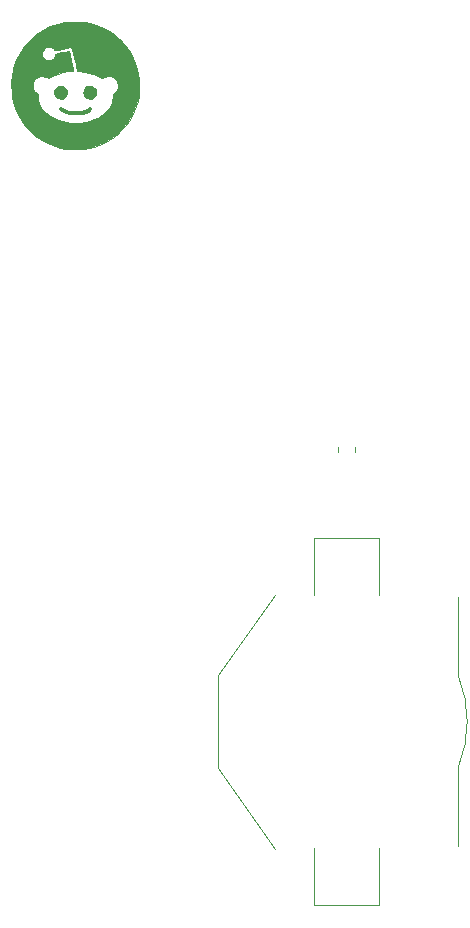
<source format=gbr>
G04 #@! TF.GenerationSoftware,KiCad,Pcbnew,6.0.6-3a73a75311~116~ubuntu21.10.1*
G04 #@! TF.CreationDate,2023-05-20T20:22:18-06:00*
G04 #@! TF.ProjectId,reddit,72656464-6974-42e6-9b69-6361645f7063,rev?*
G04 #@! TF.SameCoordinates,Original*
G04 #@! TF.FileFunction,Legend,Bot*
G04 #@! TF.FilePolarity,Positive*
%FSLAX46Y46*%
G04 Gerber Fmt 4.6, Leading zero omitted, Abs format (unit mm)*
G04 Created by KiCad (PCBNEW 6.0.6-3a73a75311~116~ubuntu21.10.1) date 2023-05-20 20:22:18*
%MOMM*%
%LPD*%
G01*
G04 APERTURE LIST*
%ADD10C,0.120000*%
%ADD11C,0.010000*%
G04 APERTURE END LIST*
D10*
X142030000Y-106090000D02*
X142030000Y-101290000D01*
X133930000Y-120790000D02*
X133930000Y-112890000D01*
X147530000Y-132390000D02*
X142030000Y-132390000D01*
X142030000Y-101290000D02*
X147530000Y-101290000D01*
X138730000Y-127640000D02*
X133930000Y-120790000D01*
X154280000Y-127390000D02*
X154280000Y-120690000D01*
X154280000Y-106290000D02*
X154280000Y-112990000D01*
X147530000Y-101290000D02*
X147530000Y-106090000D01*
X142030000Y-132390000D02*
X142030000Y-127590000D01*
X147530000Y-127590000D02*
X147530000Y-132390000D01*
X133930000Y-112890000D02*
X138730000Y-106090000D01*
X154281464Y-120686385D02*
G75*
G03*
X154280000Y-112990000I-9501464J3846385D01*
G01*
X145560000Y-94052064D02*
X145560000Y-93597936D01*
X144090000Y-94052064D02*
X144090000Y-93597936D01*
G36*
X123224517Y-63024174D02*
G01*
X123355245Y-63076225D01*
X123470040Y-63162842D01*
X123499284Y-63193469D01*
X123575977Y-63299511D01*
X123618368Y-63415067D01*
X123631755Y-63552917D01*
X123631132Y-63606948D01*
X123623697Y-63681273D01*
X123603984Y-63744785D01*
X123567102Y-63817500D01*
X123548705Y-63847582D01*
X123460557Y-63951657D01*
X123350662Y-64036995D01*
X123233080Y-64092039D01*
X123153688Y-64105282D01*
X123045615Y-64103546D01*
X122936737Y-64085945D01*
X122846564Y-64054380D01*
X122832547Y-64047012D01*
X122706951Y-63956620D01*
X122614184Y-63840998D01*
X122556714Y-63704168D01*
X122537008Y-63550151D01*
X122550932Y-63422001D01*
X122602225Y-63290463D01*
X122693314Y-63169878D01*
X122702837Y-63160176D01*
X122817015Y-63074690D01*
X122947374Y-63023479D01*
X123085884Y-63006616D01*
X123224517Y-63024174D01*
G37*
D11*
X123224517Y-63024174D02*
X123355245Y-63076225D01*
X123470040Y-63162842D01*
X123499284Y-63193469D01*
X123575977Y-63299511D01*
X123618368Y-63415067D01*
X123631755Y-63552917D01*
X123631132Y-63606948D01*
X123623697Y-63681273D01*
X123603984Y-63744785D01*
X123567102Y-63817500D01*
X123548705Y-63847582D01*
X123460557Y-63951657D01*
X123350662Y-64036995D01*
X123233080Y-64092039D01*
X123153688Y-64105282D01*
X123045615Y-64103546D01*
X122936737Y-64085945D01*
X122846564Y-64054380D01*
X122832547Y-64047012D01*
X122706951Y-63956620D01*
X122614184Y-63840998D01*
X122556714Y-63704168D01*
X122537008Y-63550151D01*
X122550932Y-63422001D01*
X122602225Y-63290463D01*
X122693314Y-63169878D01*
X122702837Y-63160176D01*
X122817015Y-63074690D01*
X122947374Y-63023479D01*
X123085884Y-63006616D01*
X123224517Y-63024174D01*
G36*
X120653604Y-64827427D02*
G01*
X120734931Y-64878781D01*
X120790249Y-64918783D01*
X120924582Y-64993012D01*
X121086932Y-65059509D01*
X121267870Y-65114111D01*
X121337743Y-65130467D01*
X121409483Y-65143329D01*
X121486765Y-65152037D01*
X121578783Y-65157338D01*
X121694730Y-65159972D01*
X121843800Y-65160685D01*
X121979024Y-65160116D01*
X122098375Y-65157691D01*
X122192734Y-65152668D01*
X122271249Y-65144314D01*
X122343071Y-65131895D01*
X122417349Y-65114676D01*
X122622192Y-65052721D01*
X122799058Y-64975438D01*
X122935826Y-64885958D01*
X122964603Y-64863861D01*
X123046330Y-64821059D01*
X123116673Y-64818066D01*
X123177300Y-64854667D01*
X123206942Y-64893385D01*
X123216322Y-64947002D01*
X123189522Y-65007195D01*
X123125304Y-65079307D01*
X123057744Y-65136042D01*
X122912862Y-65225630D01*
X122736037Y-65303841D01*
X122533413Y-65368134D01*
X122311139Y-65415967D01*
X122189868Y-65430892D01*
X122031540Y-65440751D01*
X121858057Y-65444155D01*
X121683260Y-65441107D01*
X121520989Y-65431613D01*
X121385084Y-65415677D01*
X121289237Y-65398353D01*
X121056028Y-65339569D01*
X120849934Y-65262486D01*
X120675371Y-65168951D01*
X120536758Y-65060814D01*
X120525235Y-65049239D01*
X120478197Y-64979966D01*
X120473214Y-64915072D01*
X120510300Y-64854667D01*
X120523415Y-64842755D01*
X120584036Y-64815519D01*
X120653604Y-64827427D01*
G37*
X120653604Y-64827427D02*
X120734931Y-64878781D01*
X120790249Y-64918783D01*
X120924582Y-64993012D01*
X121086932Y-65059509D01*
X121267870Y-65114111D01*
X121337743Y-65130467D01*
X121409483Y-65143329D01*
X121486765Y-65152037D01*
X121578783Y-65157338D01*
X121694730Y-65159972D01*
X121843800Y-65160685D01*
X121979024Y-65160116D01*
X122098375Y-65157691D01*
X122192734Y-65152668D01*
X122271249Y-65144314D01*
X122343071Y-65131895D01*
X122417349Y-65114676D01*
X122622192Y-65052721D01*
X122799058Y-64975438D01*
X122935826Y-64885958D01*
X122964603Y-64863861D01*
X123046330Y-64821059D01*
X123116673Y-64818066D01*
X123177300Y-64854667D01*
X123206942Y-64893385D01*
X123216322Y-64947002D01*
X123189522Y-65007195D01*
X123125304Y-65079307D01*
X123057744Y-65136042D01*
X122912862Y-65225630D01*
X122736037Y-65303841D01*
X122533413Y-65368134D01*
X122311139Y-65415967D01*
X122189868Y-65430892D01*
X122031540Y-65440751D01*
X121858057Y-65444155D01*
X121683260Y-65441107D01*
X121520989Y-65431613D01*
X121385084Y-65415677D01*
X121289237Y-65398353D01*
X121056028Y-65339569D01*
X120849934Y-65262486D01*
X120675371Y-65168951D01*
X120536758Y-65060814D01*
X120525235Y-65049239D01*
X120478197Y-64979966D01*
X120473214Y-64915072D01*
X120510300Y-64854667D01*
X120523415Y-64842755D01*
X120584036Y-64815519D01*
X120653604Y-64827427D01*
G36*
X120782216Y-63037428D02*
G01*
X120899148Y-63094317D01*
X121000333Y-63176618D01*
X121079889Y-63281882D01*
X121131936Y-63407659D01*
X121150591Y-63551499D01*
X121138370Y-63673126D01*
X121089146Y-63812864D01*
X121004934Y-63932417D01*
X120888665Y-64027872D01*
X120743270Y-64095316D01*
X120662209Y-64108762D01*
X120552177Y-64103067D01*
X120437930Y-64077573D01*
X120335599Y-64034678D01*
X120312724Y-64021230D01*
X120198302Y-63928015D01*
X120115980Y-63813852D01*
X120066664Y-63685426D01*
X120051258Y-63549425D01*
X120070669Y-63412536D01*
X120125801Y-63281446D01*
X120217560Y-63162842D01*
X120274625Y-63112988D01*
X120395740Y-63043731D01*
X120524630Y-63009685D01*
X120655416Y-63008400D01*
X120782216Y-63037428D01*
G37*
X120782216Y-63037428D02*
X120899148Y-63094317D01*
X121000333Y-63176618D01*
X121079889Y-63281882D01*
X121131936Y-63407659D01*
X121150591Y-63551499D01*
X121138370Y-63673126D01*
X121089146Y-63812864D01*
X121004934Y-63932417D01*
X120888665Y-64027872D01*
X120743270Y-64095316D01*
X120662209Y-64108762D01*
X120552177Y-64103067D01*
X120437930Y-64077573D01*
X120335599Y-64034678D01*
X120312724Y-64021230D01*
X120198302Y-63928015D01*
X120115980Y-63813852D01*
X120066664Y-63685426D01*
X120051258Y-63549425D01*
X120070669Y-63412536D01*
X120125801Y-63281446D01*
X120217560Y-63162842D01*
X120274625Y-63112988D01*
X120395740Y-63043731D01*
X120524630Y-63009685D01*
X120655416Y-63008400D01*
X120782216Y-63037428D01*
G36*
X127206507Y-63798205D02*
G01*
X127119360Y-64263563D01*
X126992061Y-64715519D01*
X126824628Y-65154015D01*
X126617081Y-65578994D01*
X126369441Y-65990399D01*
X126081727Y-66388173D01*
X126076438Y-66394840D01*
X126003102Y-66481134D01*
X125906078Y-66587365D01*
X125792748Y-66706149D01*
X125670498Y-66830103D01*
X125546712Y-66951841D01*
X125428772Y-67063981D01*
X125324065Y-67159138D01*
X125239972Y-67229928D01*
X125132157Y-67312806D01*
X124731370Y-67588049D01*
X124313910Y-67825034D01*
X123881192Y-68023165D01*
X123434632Y-68181848D01*
X122975644Y-68300488D01*
X122505644Y-68378493D01*
X122361168Y-68391930D01*
X122175455Y-68401820D01*
X121970739Y-68406888D01*
X121758999Y-68407132D01*
X121552211Y-68402548D01*
X121362353Y-68393133D01*
X121201403Y-68378882D01*
X121053675Y-68359596D01*
X120584359Y-68270818D01*
X120128173Y-68141882D01*
X119685762Y-67973056D01*
X119257771Y-67764609D01*
X118844844Y-67516810D01*
X118447627Y-67229928D01*
X118440960Y-67224638D01*
X118354666Y-67151303D01*
X118248435Y-67054278D01*
X118129651Y-66940949D01*
X118005697Y-66818699D01*
X117883959Y-66694912D01*
X117771819Y-66576973D01*
X117676662Y-66472265D01*
X117605872Y-66388173D01*
X117409054Y-66123714D01*
X117148133Y-65716819D01*
X116927299Y-65296332D01*
X116746573Y-64862308D01*
X116605973Y-64414806D01*
X116505520Y-63953882D01*
X116445233Y-63479595D01*
X116425133Y-62992000D01*
X118236456Y-62992000D01*
X118238329Y-63080629D01*
X118245637Y-63166142D01*
X118260493Y-63234084D01*
X118285083Y-63298225D01*
X118364139Y-63435649D01*
X118467023Y-63558012D01*
X118582260Y-63651529D01*
X118678730Y-63712708D01*
X118681763Y-63950312D01*
X118683471Y-64011749D01*
X118711657Y-64260899D01*
X118775350Y-64496017D01*
X118876713Y-64723544D01*
X119017913Y-64949917D01*
X119042639Y-64983175D01*
X119135705Y-65092765D01*
X119250713Y-65211754D01*
X119377308Y-65330288D01*
X119505139Y-65438515D01*
X119623851Y-65526580D01*
X119739252Y-65600570D01*
X120044392Y-65764869D01*
X120376536Y-65903487D01*
X120729523Y-66014367D01*
X121097193Y-66095449D01*
X121473383Y-66144674D01*
X121497939Y-66146718D01*
X121894481Y-66160223D01*
X122288961Y-66137874D01*
X122676583Y-66080811D01*
X123052550Y-65990178D01*
X123412068Y-65867115D01*
X123750341Y-65712764D01*
X124062574Y-65528268D01*
X124068089Y-65524552D01*
X124187316Y-65434698D01*
X124316671Y-65321974D01*
X124447058Y-65195612D01*
X124569382Y-65064845D01*
X124674546Y-64938904D01*
X124753456Y-64827021D01*
X124845094Y-64656115D01*
X124925461Y-64453612D01*
X124981789Y-64246077D01*
X125011234Y-64044202D01*
X125010953Y-63858679D01*
X124998107Y-63719940D01*
X125108668Y-63647012D01*
X125130767Y-63631894D01*
X125260857Y-63515672D01*
X125358708Y-63378136D01*
X125423692Y-63225333D01*
X125455181Y-63063311D01*
X125452546Y-62898118D01*
X125415161Y-62735801D01*
X125342395Y-62582408D01*
X125233623Y-62443987D01*
X125183004Y-62396080D01*
X125033083Y-62289332D01*
X124871561Y-62221769D01*
X124701525Y-62194418D01*
X124526060Y-62208307D01*
X124506794Y-62212360D01*
X124404111Y-62241643D01*
X124306086Y-62280687D01*
X124225093Y-62323961D01*
X124173504Y-62365932D01*
X124170526Y-62369478D01*
X124149263Y-62389433D01*
X124124891Y-62395181D01*
X124089323Y-62384492D01*
X124034472Y-62355133D01*
X123952254Y-62304874D01*
X123935467Y-62294493D01*
X123641295Y-62135647D01*
X123317823Y-62000807D01*
X122971642Y-61892064D01*
X122609346Y-61811508D01*
X122237528Y-61761229D01*
X121977347Y-61737292D01*
X121781218Y-60803604D01*
X121764442Y-60724087D01*
X121719633Y-60515198D01*
X121678181Y-60327084D01*
X121640900Y-60163204D01*
X121608603Y-60027016D01*
X121582103Y-59921977D01*
X121562214Y-59851547D01*
X121549748Y-59819183D01*
X121515743Y-59781738D01*
X121472728Y-59753501D01*
X121469442Y-59752825D01*
X121429633Y-59755025D01*
X121353395Y-59765853D01*
X121244735Y-59784586D01*
X121107660Y-59810504D01*
X120946180Y-59842885D01*
X120764300Y-59881008D01*
X120621840Y-59911342D01*
X120464960Y-59944275D01*
X120341987Y-59969237D01*
X120248678Y-59986895D01*
X120180788Y-59997917D01*
X120134073Y-60002973D01*
X120104290Y-60002730D01*
X120087194Y-59997857D01*
X120078541Y-59989023D01*
X120075717Y-59984080D01*
X120020762Y-59914904D01*
X119941591Y-59843912D01*
X119852725Y-59782647D01*
X119768685Y-59742657D01*
X119734172Y-59732610D01*
X119596410Y-59715225D01*
X119456554Y-59728532D01*
X119331304Y-59771434D01*
X119251818Y-59823306D01*
X119155597Y-59919413D01*
X119078050Y-60035504D01*
X119026299Y-60160337D01*
X119007466Y-60282667D01*
X119018062Y-60373004D01*
X119062066Y-60498266D01*
X119133689Y-60617665D01*
X119225809Y-60719957D01*
X119331304Y-60793900D01*
X119383549Y-60817200D01*
X119522802Y-60850284D01*
X119662450Y-60846348D01*
X119796280Y-60808528D01*
X119918078Y-60739962D01*
X120021630Y-60643785D01*
X120100722Y-60523133D01*
X120149139Y-60381142D01*
X120162482Y-60315901D01*
X120732550Y-60194499D01*
X120746190Y-60191598D01*
X120894501Y-60160488D01*
X121028413Y-60133172D01*
X121142530Y-60110693D01*
X121231462Y-60094088D01*
X121289813Y-60084401D01*
X121312191Y-60082670D01*
X121313612Y-60086660D01*
X121322742Y-60123226D01*
X121338929Y-60193492D01*
X121361019Y-60292099D01*
X121387862Y-60413685D01*
X121418304Y-60552890D01*
X121451194Y-60704354D01*
X121485380Y-60862714D01*
X121519708Y-61022612D01*
X121553028Y-61178685D01*
X121584187Y-61325573D01*
X121612032Y-61457915D01*
X121635412Y-61570351D01*
X121653175Y-61657520D01*
X121664167Y-61714061D01*
X121667238Y-61734614D01*
X121663808Y-61735239D01*
X121628815Y-61739822D01*
X121562204Y-61747936D01*
X121471548Y-61758667D01*
X121364420Y-61771103D01*
X121168521Y-61797572D01*
X120770237Y-61877616D01*
X120396725Y-61989730D01*
X120049481Y-62133424D01*
X119729999Y-62308206D01*
X119651645Y-62355189D01*
X119597742Y-62381835D01*
X119562792Y-62389715D01*
X119538991Y-62381836D01*
X119415753Y-62304110D01*
X119243544Y-62229030D01*
X119074388Y-62195572D01*
X118907341Y-62203471D01*
X118839702Y-62217829D01*
X118666589Y-62282547D01*
X118514506Y-62381786D01*
X118388054Y-62512060D01*
X118291829Y-62669884D01*
X118280805Y-62694070D01*
X118257190Y-62755401D01*
X118243572Y-62815932D01*
X118237483Y-62890015D01*
X118236456Y-62992000D01*
X116425133Y-62992000D01*
X116434120Y-62664498D01*
X116481093Y-62185795D01*
X116568239Y-61720437D01*
X116695539Y-61268481D01*
X116862972Y-60829985D01*
X117070518Y-60405006D01*
X117318158Y-59993601D01*
X117605872Y-59595828D01*
X117611162Y-59589160D01*
X117684497Y-59502866D01*
X117781522Y-59396635D01*
X117894851Y-59277851D01*
X118017101Y-59153898D01*
X118140888Y-59032159D01*
X118258827Y-58920019D01*
X118363535Y-58824862D01*
X118447627Y-58754073D01*
X118712086Y-58557254D01*
X119118981Y-58296333D01*
X119539468Y-58075500D01*
X119973492Y-57894773D01*
X120420994Y-57754173D01*
X120881918Y-57653720D01*
X121356205Y-57593433D01*
X121843800Y-57573334D01*
X122171302Y-57582321D01*
X122650005Y-57629293D01*
X123115363Y-57716440D01*
X123567319Y-57843739D01*
X124005815Y-58011172D01*
X124430794Y-58218719D01*
X124842199Y-58466359D01*
X125239972Y-58754073D01*
X125246640Y-58759362D01*
X125332934Y-58832698D01*
X125439165Y-58929722D01*
X125557949Y-59043052D01*
X125681902Y-59165302D01*
X125803641Y-59289088D01*
X125915781Y-59407028D01*
X126010938Y-59511735D01*
X126081727Y-59595828D01*
X126278546Y-59860286D01*
X126539467Y-60267181D01*
X126760300Y-60687669D01*
X126941027Y-61121692D01*
X127081627Y-61569195D01*
X127182080Y-62030118D01*
X127242367Y-62504406D01*
X127262466Y-62992000D01*
X127260509Y-63063311D01*
X127253479Y-63319502D01*
X127206507Y-63798205D01*
G37*
X127206507Y-63798205D02*
X127119360Y-64263563D01*
X126992061Y-64715519D01*
X126824628Y-65154015D01*
X126617081Y-65578994D01*
X126369441Y-65990399D01*
X126081727Y-66388173D01*
X126076438Y-66394840D01*
X126003102Y-66481134D01*
X125906078Y-66587365D01*
X125792748Y-66706149D01*
X125670498Y-66830103D01*
X125546712Y-66951841D01*
X125428772Y-67063981D01*
X125324065Y-67159138D01*
X125239972Y-67229928D01*
X125132157Y-67312806D01*
X124731370Y-67588049D01*
X124313910Y-67825034D01*
X123881192Y-68023165D01*
X123434632Y-68181848D01*
X122975644Y-68300488D01*
X122505644Y-68378493D01*
X122361168Y-68391930D01*
X122175455Y-68401820D01*
X121970739Y-68406888D01*
X121758999Y-68407132D01*
X121552211Y-68402548D01*
X121362353Y-68393133D01*
X121201403Y-68378882D01*
X121053675Y-68359596D01*
X120584359Y-68270818D01*
X120128173Y-68141882D01*
X119685762Y-67973056D01*
X119257771Y-67764609D01*
X118844844Y-67516810D01*
X118447627Y-67229928D01*
X118440960Y-67224638D01*
X118354666Y-67151303D01*
X118248435Y-67054278D01*
X118129651Y-66940949D01*
X118005697Y-66818699D01*
X117883959Y-66694912D01*
X117771819Y-66576973D01*
X117676662Y-66472265D01*
X117605872Y-66388173D01*
X117409054Y-66123714D01*
X117148133Y-65716819D01*
X116927299Y-65296332D01*
X116746573Y-64862308D01*
X116605973Y-64414806D01*
X116505520Y-63953882D01*
X116445233Y-63479595D01*
X116425133Y-62992000D01*
X118236456Y-62992000D01*
X118238329Y-63080629D01*
X118245637Y-63166142D01*
X118260493Y-63234084D01*
X118285083Y-63298225D01*
X118364139Y-63435649D01*
X118467023Y-63558012D01*
X118582260Y-63651529D01*
X118678730Y-63712708D01*
X118681763Y-63950312D01*
X118683471Y-64011749D01*
X118711657Y-64260899D01*
X118775350Y-64496017D01*
X118876713Y-64723544D01*
X119017913Y-64949917D01*
X119042639Y-64983175D01*
X119135705Y-65092765D01*
X119250713Y-65211754D01*
X119377308Y-65330288D01*
X119505139Y-65438515D01*
X119623851Y-65526580D01*
X119739252Y-65600570D01*
X120044392Y-65764869D01*
X120376536Y-65903487D01*
X120729523Y-66014367D01*
X121097193Y-66095449D01*
X121473383Y-66144674D01*
X121497939Y-66146718D01*
X121894481Y-66160223D01*
X122288961Y-66137874D01*
X122676583Y-66080811D01*
X123052550Y-65990178D01*
X123412068Y-65867115D01*
X123750341Y-65712764D01*
X124062574Y-65528268D01*
X124068089Y-65524552D01*
X124187316Y-65434698D01*
X124316671Y-65321974D01*
X124447058Y-65195612D01*
X124569382Y-65064845D01*
X124674546Y-64938904D01*
X124753456Y-64827021D01*
X124845094Y-64656115D01*
X124925461Y-64453612D01*
X124981789Y-64246077D01*
X125011234Y-64044202D01*
X125010953Y-63858679D01*
X124998107Y-63719940D01*
X125108668Y-63647012D01*
X125130767Y-63631894D01*
X125260857Y-63515672D01*
X125358708Y-63378136D01*
X125423692Y-63225333D01*
X125455181Y-63063311D01*
X125452546Y-62898118D01*
X125415161Y-62735801D01*
X125342395Y-62582408D01*
X125233623Y-62443987D01*
X125183004Y-62396080D01*
X125033083Y-62289332D01*
X124871561Y-62221769D01*
X124701525Y-62194418D01*
X124526060Y-62208307D01*
X124506794Y-62212360D01*
X124404111Y-62241643D01*
X124306086Y-62280687D01*
X124225093Y-62323961D01*
X124173504Y-62365932D01*
X124170526Y-62369478D01*
X124149263Y-62389433D01*
X124124891Y-62395181D01*
X124089323Y-62384492D01*
X124034472Y-62355133D01*
X123952254Y-62304874D01*
X123935467Y-62294493D01*
X123641295Y-62135647D01*
X123317823Y-62000807D01*
X122971642Y-61892064D01*
X122609346Y-61811508D01*
X122237528Y-61761229D01*
X121977347Y-61737292D01*
X121781218Y-60803604D01*
X121764442Y-60724087D01*
X121719633Y-60515198D01*
X121678181Y-60327084D01*
X121640900Y-60163204D01*
X121608603Y-60027016D01*
X121582103Y-59921977D01*
X121562214Y-59851547D01*
X121549748Y-59819183D01*
X121515743Y-59781738D01*
X121472728Y-59753501D01*
X121469442Y-59752825D01*
X121429633Y-59755025D01*
X121353395Y-59765853D01*
X121244735Y-59784586D01*
X121107660Y-59810504D01*
X120946180Y-59842885D01*
X120764300Y-59881008D01*
X120621840Y-59911342D01*
X120464960Y-59944275D01*
X120341987Y-59969237D01*
X120248678Y-59986895D01*
X120180788Y-59997917D01*
X120134073Y-60002973D01*
X120104290Y-60002730D01*
X120087194Y-59997857D01*
X120078541Y-59989023D01*
X120075717Y-59984080D01*
X120020762Y-59914904D01*
X119941591Y-59843912D01*
X119852725Y-59782647D01*
X119768685Y-59742657D01*
X119734172Y-59732610D01*
X119596410Y-59715225D01*
X119456554Y-59728532D01*
X119331304Y-59771434D01*
X119251818Y-59823306D01*
X119155597Y-59919413D01*
X119078050Y-60035504D01*
X119026299Y-60160337D01*
X119007466Y-60282667D01*
X119018062Y-60373004D01*
X119062066Y-60498266D01*
X119133689Y-60617665D01*
X119225809Y-60719957D01*
X119331304Y-60793900D01*
X119383549Y-60817200D01*
X119522802Y-60850284D01*
X119662450Y-60846348D01*
X119796280Y-60808528D01*
X119918078Y-60739962D01*
X120021630Y-60643785D01*
X120100722Y-60523133D01*
X120149139Y-60381142D01*
X120162482Y-60315901D01*
X120732550Y-60194499D01*
X120746190Y-60191598D01*
X120894501Y-60160488D01*
X121028413Y-60133172D01*
X121142530Y-60110693D01*
X121231462Y-60094088D01*
X121289813Y-60084401D01*
X121312191Y-60082670D01*
X121313612Y-60086660D01*
X121322742Y-60123226D01*
X121338929Y-60193492D01*
X121361019Y-60292099D01*
X121387862Y-60413685D01*
X121418304Y-60552890D01*
X121451194Y-60704354D01*
X121485380Y-60862714D01*
X121519708Y-61022612D01*
X121553028Y-61178685D01*
X121584187Y-61325573D01*
X121612032Y-61457915D01*
X121635412Y-61570351D01*
X121653175Y-61657520D01*
X121664167Y-61714061D01*
X121667238Y-61734614D01*
X121663808Y-61735239D01*
X121628815Y-61739822D01*
X121562204Y-61747936D01*
X121471548Y-61758667D01*
X121364420Y-61771103D01*
X121168521Y-61797572D01*
X120770237Y-61877616D01*
X120396725Y-61989730D01*
X120049481Y-62133424D01*
X119729999Y-62308206D01*
X119651645Y-62355189D01*
X119597742Y-62381835D01*
X119562792Y-62389715D01*
X119538991Y-62381836D01*
X119415753Y-62304110D01*
X119243544Y-62229030D01*
X119074388Y-62195572D01*
X118907341Y-62203471D01*
X118839702Y-62217829D01*
X118666589Y-62282547D01*
X118514506Y-62381786D01*
X118388054Y-62512060D01*
X118291829Y-62669884D01*
X118280805Y-62694070D01*
X118257190Y-62755401D01*
X118243572Y-62815932D01*
X118237483Y-62890015D01*
X118236456Y-62992000D01*
X116425133Y-62992000D01*
X116434120Y-62664498D01*
X116481093Y-62185795D01*
X116568239Y-61720437D01*
X116695539Y-61268481D01*
X116862972Y-60829985D01*
X117070518Y-60405006D01*
X117318158Y-59993601D01*
X117605872Y-59595828D01*
X117611162Y-59589160D01*
X117684497Y-59502866D01*
X117781522Y-59396635D01*
X117894851Y-59277851D01*
X118017101Y-59153898D01*
X118140888Y-59032159D01*
X118258827Y-58920019D01*
X118363535Y-58824862D01*
X118447627Y-58754073D01*
X118712086Y-58557254D01*
X119118981Y-58296333D01*
X119539468Y-58075500D01*
X119973492Y-57894773D01*
X120420994Y-57754173D01*
X120881918Y-57653720D01*
X121356205Y-57593433D01*
X121843800Y-57573334D01*
X122171302Y-57582321D01*
X122650005Y-57629293D01*
X123115363Y-57716440D01*
X123567319Y-57843739D01*
X124005815Y-58011172D01*
X124430794Y-58218719D01*
X124842199Y-58466359D01*
X125239972Y-58754073D01*
X125246640Y-58759362D01*
X125332934Y-58832698D01*
X125439165Y-58929722D01*
X125557949Y-59043052D01*
X125681902Y-59165302D01*
X125803641Y-59289088D01*
X125915781Y-59407028D01*
X126010938Y-59511735D01*
X126081727Y-59595828D01*
X126278546Y-59860286D01*
X126539467Y-60267181D01*
X126760300Y-60687669D01*
X126941027Y-61121692D01*
X127081627Y-61569195D01*
X127182080Y-62030118D01*
X127242367Y-62504406D01*
X127262466Y-62992000D01*
X127260509Y-63063311D01*
X127253479Y-63319502D01*
X127206507Y-63798205D01*
M02*

</source>
